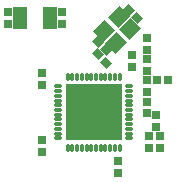
<source format=gts>
G04 Layer_Color=8388736*
%FSLAX24Y24*%
%MOIN*%
G70*
G01*
G75*
G04:AMPARAMS|DCode=30|XSize=53.2mil|YSize=49.3mil|CornerRadius=0mil|HoleSize=0mil|Usage=FLASHONLY|Rotation=225.000|XOffset=0mil|YOffset=0mil|HoleType=Round|Shape=Rectangle|*
%AMROTATEDRECTD30*
4,1,4,0.0014,0.0363,0.0363,0.0014,-0.0014,-0.0363,-0.0363,-0.0014,0.0014,0.0363,0.0*
%
%ADD30ROTATEDRECTD30*%

G04:AMPARAMS|DCode=31|XSize=25.7mil|YSize=29.6mil|CornerRadius=0mil|HoleSize=0mil|Usage=FLASHONLY|Rotation=45.000|XOffset=0mil|YOffset=0mil|HoleType=Round|Shape=Rectangle|*
%AMROTATEDRECTD31*
4,1,4,0.0014,-0.0196,-0.0196,0.0014,-0.0014,0.0196,0.0196,-0.0014,0.0014,-0.0196,0.0*
%
%ADD31ROTATEDRECTD31*%

%ADD32R,0.0257X0.0296*%
%ADD33R,0.0296X0.0257*%
%ADD34R,0.0257X0.0316*%
%ADD35R,0.0277X0.0296*%
%ADD36R,0.1910X0.1910*%
%ADD37O,0.0139X0.0316*%
%ADD38O,0.0316X0.0139*%
%ADD39R,0.0454X0.0769*%
D30*
X1221Y2782D02*
D03*
X832Y3171D02*
D03*
X748Y2308D02*
D03*
X358Y2698D02*
D03*
D31*
X1181Y3409D02*
D03*
X1459Y3131D02*
D03*
X409Y2081D02*
D03*
X131Y2359D02*
D03*
X429Y1661D02*
D03*
X151Y1939D02*
D03*
D32*
X2220Y-803D02*
D03*
Y-1197D02*
D03*
X1790Y673D02*
D03*
Y1067D02*
D03*
Y2093D02*
D03*
Y2487D02*
D03*
X-1720Y921D02*
D03*
Y1315D02*
D03*
X1290Y1523D02*
D03*
Y1917D02*
D03*
X1840Y-803D02*
D03*
Y-1197D02*
D03*
X-1720Y-923D02*
D03*
Y-1317D02*
D03*
X-1050Y3337D02*
D03*
Y2943D02*
D03*
X-2850Y3337D02*
D03*
Y2943D02*
D03*
D33*
X2103Y1090D02*
D03*
X2497D02*
D03*
D34*
X1790Y347D02*
D03*
Y-27D02*
D03*
X2070Y-103D02*
D03*
Y-477D02*
D03*
X1790Y1767D02*
D03*
Y1393D02*
D03*
D35*
X800Y-1633D02*
D03*
Y-2027D02*
D03*
D36*
X-0Y0D02*
D03*
D37*
X-866Y1191D02*
D03*
X-709D02*
D03*
X-551D02*
D03*
X-394D02*
D03*
X-236D02*
D03*
X-79D02*
D03*
X79D02*
D03*
X236D02*
D03*
X394D02*
D03*
X551D02*
D03*
X709D02*
D03*
X866D02*
D03*
Y-1191D02*
D03*
X709D02*
D03*
X551D02*
D03*
X394D02*
D03*
X236D02*
D03*
X79D02*
D03*
X-79D02*
D03*
X-236D02*
D03*
X-394D02*
D03*
X-551D02*
D03*
X-709D02*
D03*
X-866D02*
D03*
D38*
X1191Y866D02*
D03*
Y709D02*
D03*
Y551D02*
D03*
Y394D02*
D03*
Y236D02*
D03*
Y79D02*
D03*
Y-79D02*
D03*
Y-236D02*
D03*
Y-394D02*
D03*
Y-551D02*
D03*
Y-709D02*
D03*
Y-866D02*
D03*
X-1191D02*
D03*
Y-709D02*
D03*
Y-551D02*
D03*
Y-394D02*
D03*
Y-236D02*
D03*
Y-79D02*
D03*
Y79D02*
D03*
Y236D02*
D03*
Y394D02*
D03*
Y551D02*
D03*
Y709D02*
D03*
Y866D02*
D03*
D39*
X-1458Y3140D02*
D03*
X-2442D02*
D03*
M02*

</source>
